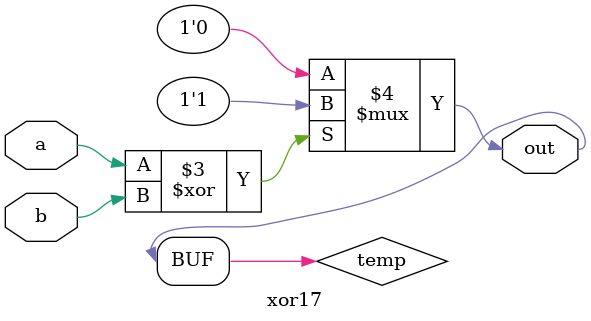
<source format=v>
module xor17 (
    input wire a,
    input wire b,
    output wire out
);

    reg temp;
    always @(*) begin
        temp = (a ^ b == 1'b1) ? 1'b1 : 1'b0;
    end

    assign out = temp;
    
endmodule

</source>
